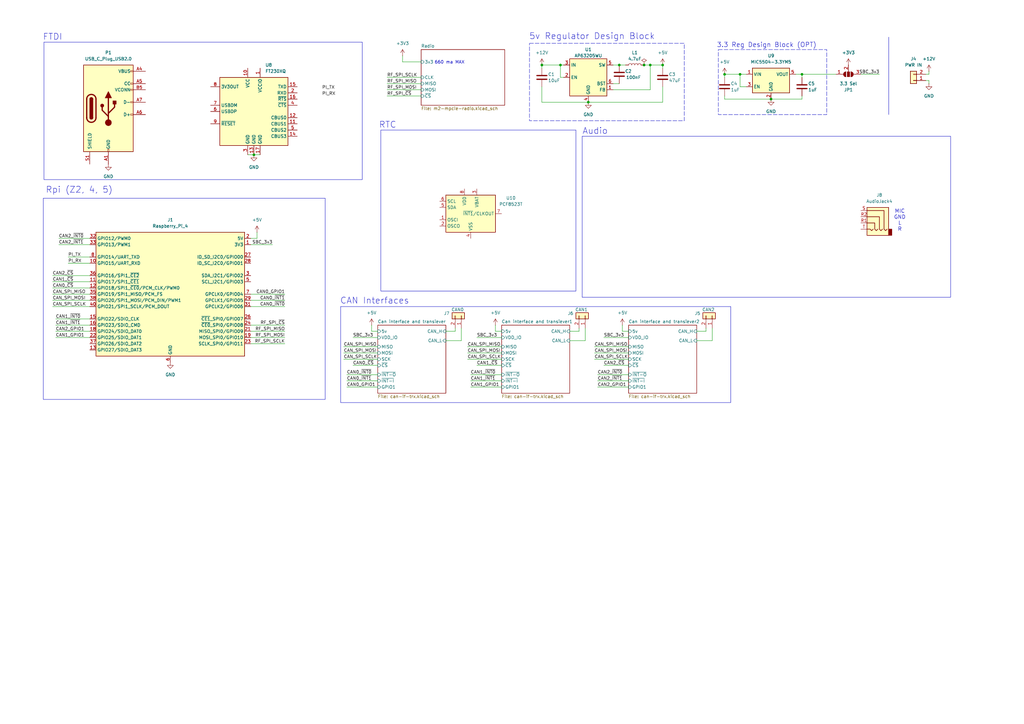
<source format=kicad_sch>
(kicad_sch (version 20250114) (generator "eeschema") (generator_version "9.0")
  (paper "A3")
  (lib_symbols
    (symbol "Connector:Raspberry_Pi_4"
      (property "Reference" "J" (at -17.526 48.768 0))
      (property "Value" "Raspberry_Pi_4" (at 15.748 -26.416 0))
      (symbol "Raspberry_Pi_4_0_1"
        (rectangle (start -30.48 25.4) (end 30.48 -25.4) (stroke (width 0.254)) (fill (type background)))
      )
      (symbol "Raspberry_Pi_4_1_1"
        (pin bidirectional line (at -33.02 22.86 0) (length 2.54) (name "GPIO12/PWM0") (number "32"))
        (pin bidirectional line (at -33.02 20.32 0) (length 2.54) (name "GPIO13/PWM1") (number "33"))
        (pin bidirectional line (at -33.02 15.24 0) (length 2.54) (name "GPIO14/UART_TXD") (number "8"))
        (pin bidirectional line (at -33.02 12.7 0) (length 2.54) (name "GPIO15/UART_RXD") (number "10"))
        (pin bidirectional line (at -33.02 7.62 0) (length 2.54) (name "GPIO16/SPI1_~{CE2}") (number "36"))
        (pin bidirectional line (at -33.02 5.08 0) (length 2.54) (name "GPIO17/SPI1_~{CE1}") (number "11"))
        (pin bidirectional line (at -33.02 2.54 0) (length 2.54) (name "GPIO18/SPI1_~{CE0}/PCM_CLK/PWM0") (number "12"))
        (pin bidirectional line (at -33.02 0 0) (length 2.54) (name "GPIO19/SPI1_MISO/PCM_FS") (number "35"))
        (pin bidirectional line (at -33.02 -2.54 0) (length 2.54) (name "GPIO20/SPI1_MOSI/PCM_DIN/PWM1") (number "38"))
        (pin bidirectional line (at -33.02 -5.08 0) (length 2.54) (name "GPIO21/SPI1_SCLK/PCM_DOUT") (number "40"))
        (pin bidirectional line (at -33.02 -10.16 0) (length 2.54) (name "GPIO22/SDIO_CLK") (number "15"))
        (pin bidirectional line (at -33.02 -12.7 0) (length 2.54) (name "GPIO23/SDIO_CMD") (number "16"))
        (pin bidirectional line (at -33.02 -15.24 0) (length 2.54) (name "GPIO24/SDIO_DAT0") (number "18"))
        (pin bidirectional line (at -33.02 -17.78 0) (length 2.54) (name "GPIO25/SDIO_DAT1") (number "22"))
        (pin bidirectional line (at -33.02 -20.32 0) (length 2.54) (name "GPIO26/SDIO_DAT2") (number "37"))
        (pin bidirectional line (at -33.02 -22.86 0) (length 2.54) (name "GPIO27/SDIO_DAT3") (number "13"))
        (pin passive line (at 0 -27.94 90) (length 2.54) (hide yes) (name "GND") (number "14"))
        (pin passive line (at 0 -27.94 90) (length 2.54) (hide yes) (name "GND") (number "20"))
        (pin passive line (at 0 -27.94 90) (length 2.54) (hide yes) (name "GND") (number "25"))
        (pin passive line (at 0 -27.94 90) (length 2.54) (hide yes) (name "GND") (number "30"))
        (pin passive line (at 0 -27.94 90) (length 2.54) (hide yes) (name "GND") (number "34"))
        (pin passive line (at 0 -27.94 90) (length 2.54) (hide yes) (name "GND") (number "39"))
        (pin power_out line (at 0 -27.94 90) (length 2.54) (name "GND") (number "6"))
        (pin passive line (at 0 -27.94 90) (length 2.54) (hide yes) (name "GND") (number "9"))
        (pin power_out line (at 33.02 22.86 180) (length 2.54) (name "5V") (number "2"))
        (pin passive line (at 33.02 22.86 180) (length 2.54) (hide yes) (name "5V") (number "4"))
        (pin power_out line (at 33.02 20.32 180) (length 2.54) (name "3V3") (number "1"))
        (pin passive line (at 33.02 20.32 180) (length 2.54) (hide yes) (name "3V3") (number "17"))
        (pin bidirectional line (at 33.02 15.24 180) (length 2.54) (name "ID_SD_I2C0/GPIO00") (number "27"))
        (pin bidirectional line (at 33.02 12.7 180) (length 2.54) (name "ID_SC_I2C0/GPIO01") (number "28"))
        (pin bidirectional line (at 33.02 7.62 180) (length 2.54) (name "SDA_I2C1/GPIO02") (number "3"))
        (pin bidirectional line (at 33.02 5.08 180) (length 2.54) (name "SCL_I2C1/GPIO03") (number "5"))
        (pin bidirectional line (at 33.02 0 180) (length 2.54) (name "GPCLK0/GPIO04") (number "7"))
        (pin bidirectional line (at 33.02 -2.54 180) (length 2.54) (name "GPCLK1/GPIO05") (number "29"))
        (pin bidirectional line (at 33.02 -5.08 180) (length 2.54) (name "GPCLK2/GPIO06") (number "31"))
        (pin bidirectional line (at 33.02 -10.16 180) (length 2.54) (name "~{CE1}_SPI0/GPIO07") (number "26"))
        (pin bidirectional line (at 33.02 -12.7 180) (length 2.54) (name "~{CE0}_SPI0/GPIO08") (number "24"))
        (pin bidirectional line (at 33.02 -15.24 180) (length 2.54) (name "MISO_SPI0/GPIO09") (number "21"))
        (pin bidirectional line (at 33.02 -17.78 180) (length 2.54) (name "MOSI_SPI0/GPIO10") (number "19"))
        (pin bidirectional line (at 33.02 -20.32 180) (length 2.54) (name "SCLK_SPI0/GPIO11") (number "23"))
      )
    )
    (symbol "Connector:USB_C_Plug_USB2.0" (pin_names (offset 1.016))
      (property "Reference" "P" (at -10.16 19.05 0))
      (property "Value" "USB_C_Plug_USB2.0" (at 12.7 19.05 0))
      (symbol "USB_C_Plug_USB2.0_0_0"
        (rectangle (start -0.254 -17.78) (end 0.254 -16.764))
        (rectangle (start 10.16 15.494) (end 9.144 14.986))
        (rectangle (start 10.16 10.414) (end 9.144 9.906))
        (rectangle (start 10.16 7.874) (end 9.144 7.366))
        (rectangle (start 10.16 2.794) (end 9.144 2.286))
        (rectangle (start 10.16 -2.286) (end 9.144 -2.794))
      )
      (symbol "USB_C_Plug_USB2.0_0_1"
        (rectangle (start -10.16 17.78) (end 10.16 -17.78) (stroke (width 0.254)) (fill (type background)))
        (polyline (pts (xy -8.89 -3.81) (xy -8.89 3.81)) (stroke (width 0.508)))
        (rectangle (start -7.62 -3.81) (end -6.35 3.81) (stroke (width 0.254)) (fill (type outline)))
        (arc (start -7.62 3.81) (mid -6.985 4.4423) (end -6.35 3.81) (stroke (width 0.254)))
        (arc (start -7.62 3.81) (mid -6.985 4.4423) (end -6.35 3.81) (stroke (width 0.254)) (fill (type outline)))
        (arc (start -8.89 3.81) (mid -6.985 5.7067) (end -5.08 3.81) (stroke (width 0.508)))
        (arc (start -5.08 -3.81) (mid -6.985 -5.7067) (end -8.89 -3.81) (stroke (width 0.508)))
        (arc (start -6.35 -3.81) (mid -6.985 -4.4423) (end -7.62 -3.81) (stroke (width 0.254)))
        (arc (start -6.35 -3.81) (mid -6.985 -4.4423) (end -7.62 -3.81) (stroke (width 0.254)) (fill (type outline)))
        (polyline (pts (xy -5.08 3.81) (xy -5.08 -3.81)) (stroke (width 0.508)))
        (circle (center -2.54 1.143) (radius 0.635) (stroke (width 0.254)) (fill (type outline)))
        (polyline (pts (xy -1.27 4.318) (xy 0 6.858) (xy 1.27 4.318) (xy -1.27 4.318)) (stroke (width 0.254)) (fill (type outline)))
        (polyline (pts (xy 0 -2.032) (xy 2.54 0.508) (xy 2.54 1.778)) (stroke (width 0.508)))
        (polyline (pts (xy 0 -3.302) (xy -2.54 -0.762) (xy -2.54 0.508)) (stroke (width 0.508)))
        (polyline (pts (xy 0 -5.842) (xy 0 4.318)) (stroke (width 0.508)))
        (circle (center 0 -5.842) (radius 1.27) (fill (type outline)))
        (rectangle (start 1.905 1.778) (end 3.175 3.048) (stroke (width 0.254)) (fill (type outline)))
      )
      (symbol "USB_C_Plug_USB2.0_1_1"
        (pin passive line (at -7.62 -22.86 90) (length 5.08) (name "SHIELD") (number "S1"))
        (pin passive line (at 0 -22.86 90) (length 5.08) (name "GND") (number "A1"))
        (pin passive line (at 0 -22.86 90) (length 5.08) (hide yes) (name "GND") (number "A12"))
        (pin passive line (at 0 -22.86 90) (length 5.08) (hide yes) (name "GND") (number "B1"))
        (pin passive line (at 0 -22.86 90) (length 5.08) (hide yes) (name "GND") (number "B12"))
        (pin passive line (at 15.24 15.24 180) (length 5.08) (name "VBUS") (number "A4"))
        (pin passive line (at 15.24 15.24 180) (length 5.08) (hide yes) (name "VBUS") (number "A9"))
        (pin passive line (at 15.24 15.24 180) (length 5.08) (hide yes) (name "VBUS") (number "B4"))
        (pin passive line (at 15.24 15.24 180) (length 5.08) (hide yes) (name "VBUS") (number "B9"))
        (pin bidirectional line (at 15.24 10.16 180) (length 5.08) (name "CC") (number "A5"))
        (pin bidirectional line (at 15.24 7.62 180) (length 5.08) (name "VCONN") (number "B5"))
        (pin bidirectional line (at 15.24 2.54 180) (length 5.08) (name "D-") (number "A7"))
        (pin bidirectional line (at 15.24 -2.54 180) (length 5.08) (name "D+") (number "A6"))
      )
    )
    (symbol "Connector_Audio:AudioJack4"
      (property "Reference" "J" (at 0 8.89 0))
      (property "Value" "AudioJack4" (at 0 6.35 0))
      (symbol "AudioJack4_0_1"
        (rectangle (start -6.35 -5.08) (end -7.62 -7.62) (stroke (width 0.254)) (fill (type outline)))
        (polyline (pts (xy -5.715 -5.08) (xy -5.08 -5.715) (xy -4.445 -5.08) (xy -4.445 2.54) (xy 2.54 2.54)) (stroke (width 0.254)))
        (polyline (pts (xy -1.905 -5.08) (xy -1.27 -5.715) (xy -0.635 -5.08) (xy -0.635 -2.54) (xy 2.54 -2.54)) (stroke (width 0.254)))
        (polyline (pts (xy 0 -5.08) (xy 0.635 -5.715) (xy 1.27 -5.08) (xy 2.54 -5.08)) (stroke (width 0.254)))
        (rectangle (start 2.54 3.81) (end -6.35 -7.62) (stroke (width 0.254)) (fill (type background)))
        (polyline (pts (xy 2.54 0) (xy -2.54 0) (xy -2.54 -5.08) (xy -3.175 -5.715) (xy -3.81 -5.08)) (stroke (width 0.254)))
      )
      (symbol "AudioJack4_1_1"
        (pin passive line (at 5.08 2.54 180) (length 2.54) (name "~") (number "S"))
        (pin passive line (at 5.08 0 180) (length 2.54) (name "~") (number "R2"))
        (pin passive line (at 5.08 -2.54 180) (length 2.54) (name "~") (number "R1"))
        (pin passive line (at 5.08 -5.08 180) (length 2.54) (name "~") (number "T"))
      )
    )
    (symbol "Connector_Generic:Conn_01x02" (pin_names (offset 1.016) (hide yes))
      (property "Reference" "J" (at 0 2.54 0))
      (property "Value" "Conn_01x02" (at 0 -5.08 0))
      (symbol "Conn_01x02_1_1"
        (rectangle (start -1.27 1.27) (end 1.27 -3.81) (stroke (width 0.254)) (fill (type background)))
        (rectangle (start -1.27 0.127) (end 0 -0.127) (stroke (width 0.1524)))
        (rectangle (start -1.27 -2.413) (end 0 -2.667) (stroke (width 0.1524)))
        (pin passive line (at -5.08 0 0) (length 3.81) (name "Pin_1") (number "1"))
        (pin passive line (at -5.08 -2.54 0) (length 3.81) (name "Pin_2") (number "2"))
      )
    )
    (symbol "Device:C" (pin_numbers (hide yes)) (pin_names (offset 0.254))
      (property "Reference" "C" (at 0.635 2.54 0))
      (property "Value" "C" (at 0.635 -2.54 0))
      (symbol "C_0_1"
        (polyline (pts (xy -2.032 0.762) (xy 2.032 0.762)) (stroke (width 0.508)))
        (polyline (pts (xy -2.032 -0.762) (xy 2.032 -0.762)) (stroke (width 0.508)))
      )
      (symbol "C_1_1"
        (pin passive line (at 0 3.81 270) (length 2.794) (name "~") (number "1"))
        (pin passive line (at 0 -3.81 90) (length 2.794) (name "~") (number "2"))
      )
    )
    (symbol "Device:L" (pin_numbers (hide yes)) (pin_names (offset 1.016) (hide yes))
      (property "Reference" "L" (at -1.27 0 90))
      (property "Value" "L" (at 1.905 0 90))
      (symbol "L_0_1"
        (arc (start 0 2.54) (mid 0.6323 1.905) (end 0 1.27))
        (arc (start 0 1.27) (mid 0.6323 0.635) (end 0 0))
        (arc (start 0 0) (mid 0.6323 -0.635) (end 0 -1.27))
        (arc (start 0 -1.27) (mid 0.6323 -1.905) (end 0 -2.54))
      )
      (symbol "L_1_1"
        (pin passive line (at 0 3.81 270) (length 1.27) (name "1") (number "1"))
        (pin passive line (at 0 -3.81 90) (length 1.27) (name "2") (number "2"))
      )
    )
    (symbol "Interface_USB:FT230XQ"
      (property "Reference" "U" (at -13.97 15.24 0))
      (property "Value" "FT230XQ" (at 7.62 15.24 0))
      (symbol "FT230XQ_0_1"
        (rectangle (start -13.97 13.97) (end 13.97 -13.97) (stroke (width 0.254)) (fill (type background)))
      )
      (symbol "FT230XQ_1_1"
        (pin power_out line (at -17.78 10.16 0) (length 3.81) (name "3V3OUT") (number "8"))
        (pin bidirectional line (at -17.78 2.54 0) (length 3.81) (name "USBDM") (number "7"))
        (pin bidirectional line (at -17.78 0 0) (length 3.81) (name "USBDP") (number "6"))
        (pin input line (at -17.78 -5.08 0) (length 3.81) (name "~{RESET}") (number "9"))
        (pin power_in line (at -2.54 17.78 270) (length 3.81) (name "VCC") (number "10"))
        (pin power_in line (at -2.54 -17.78 90) (length 3.81) (name "GND") (number "3"))
        (pin power_in line (at 0 -17.78 90) (length 3.81) (name "GND") (number "13"))
        (pin power_in line (at 2.54 17.78 270) (length 3.81) (name "VCCIO") (number "1"))
        (pin power_in line (at 2.54 -17.78 90) (length 3.81) (name "GND") (number "17"))
        (pin output line (at 17.78 10.16 180) (length 3.81) (name "TXD") (number "15"))
        (pin input line (at 17.78 7.62 180) (length 3.81) (name "RXD") (number "2"))
        (pin output line (at 17.78 5.08 180) (length 3.81) (name "~{RTS}") (number "16"))
        (pin input line (at 17.78 2.54 180) (length 3.81) (name "~{CTS}") (number "4"))
        (pin bidirectional line (at 17.78 -2.54 180) (length 3.81) (name "CBUS0") (number "12"))
        (pin bidirectional line (at 17.78 -5.08 180) (length 3.81) (name "CBUS1") (number "11"))
        (pin bidirectional line (at 17.78 -7.62 180) (length 3.81) (name "CBUS2") (number "5"))
        (pin bidirectional line (at 17.78 -10.16 180) (length 3.81) (name "CBUS3") (number "14"))
      )
    )
    (symbol "Jumper:SolderJumper_3_Open" (pin_names (offset 0) (hide yes)) (in_bom no)
      (property "Reference" "JP" (at -2.54 -2.54 0))
      (property "Value" "SolderJumper_3_Open" (at 0 2.794 0))
      (symbol "SolderJumper_3_Open_0_1"
        (polyline (pts (xy -2.54 0) (xy -2.032 0)))
        (polyline (pts (xy -1.016 1.016) (xy -1.016 -1.016)))
        (arc (start -1.016 -1.016) (mid -2.0276 0) (end -1.016 1.016))
        (arc (start -1.016 -1.016) (mid -2.0276 0) (end -1.016 1.016) (fill (type outline)))
        (rectangle (start -0.508 1.016) (end 0.508 -1.016) (fill (type outline)))
        (polyline (pts (xy 0 -1.27) (xy 0 -1.016)))
        (arc (start 1.016 1.016) (mid 2.0276 0) (end 1.016 -1.016))
        (arc (start 1.016 1.016) (mid 2.0276 0) (end 1.016 -1.016) (fill (type outline)))
        (polyline (pts (xy 1.016 1.016) (xy 1.016 -1.016)))
        (polyline (pts (xy 2.54 0) (xy 2.032 0)))
      )
      (symbol "SolderJumper_3_Open_1_1"
        (pin passive line (at -5.08 0 0) (length 2.54) (name "A") (number "1"))
        (pin passive line (at 0 -3.81 90) (length 2.54) (name "C") (number "2"))
        (pin passive line (at 5.08 0 180) (length 2.54) (name "B") (number "3"))
      )
    )
    (symbol "Regulator_Linear:MIC5504-3.3YM5"
      (property "Reference" "U" (at -7.62 8.89 0))
      (property "Value" "MIC5504-3.3YM5" (at -7.62 6.35 0))
      (symbol "MIC5504-3.3YM5_0_1"
        (rectangle (start -7.62 -5.08) (end 7.62 5.08) (stroke (width 0.254)) (fill (type background)))
      )
      (symbol "MIC5504-3.3YM5_1_1"
        (pin power_in line (at -10.16 2.54 0) (length 2.54) (name "VIN") (number "1"))
        (pin input line (at -10.16 -2.54 0) (length 2.54) (name "EN") (number "3"))
        (pin power_in line (at 0 -7.62 90) (length 2.54) (name "GND") (number "2"))
        (pin no_connect line (at 7.62 -2.54 180) (length 2.54) (hide yes) (name "NC") (number "4"))
        (pin power_out line (at 10.16 2.54 180) (length 2.54) (name "VOUT") (number "5"))
      )
    )
    (symbol "Regulator_Switching:AP63205WU"
      (property "Reference" "U1" (at 0 13.97 0))
      (property "Value" "AP63205WU" (at 0 11.43 0))
      (symbol "AP63205WU_0_1"
        (rectangle (start -7.62 10.16) (end 7.62 -5.08) (stroke (width 0.254)) (fill (type background)))
      )
      (symbol "AP63205WU_1_1"
        (pin power_in line (at -10.16 7.62 0) (length 2.54) (name "IN") (number "3"))
        (pin input line (at -10.16 2.54 0) (length 2.54) (name "EN") (number "2"))
        (pin power_in line (at 0 -7.62 90) (length 2.54) (name "GND") (number "4"))
        (pin output line (at 10.16 7.62 180) (length 2.54) (name "SW") (number "5"))
        (pin passive line (at 10.16 0 180) (length 2.54) (name "BST") (number "6"))
        (pin input line (at 10.16 -2.54 180) (length 2.54) (name "FB") (number "1"))
      )
    )
    (symbol "Timer_RTC:PCF8523T"
      (property "Reference" "U" (at -10.16 8.89 0))
      (property "Value" "PCF8523T" (at 3.81 8.89 0))
      (symbol "PCF8523T_0_1"
        (rectangle (start -10.16 7.62) (end 10.16 -7.62) (stroke (width 0.254)) (fill (type background)))
      )
      (symbol "PCF8523T_1_1"
        (pin input line (at -12.7 5.08 0) (length 2.54) (name "SCL") (number "6"))
        (pin bidirectional line (at -12.7 2.54 0) (length 2.54) (name "SDA") (number "5"))
        (pin input line (at -12.7 -2.54 0) (length 2.54) (name "OSCI") (number "1"))
        (pin output line (at -12.7 -5.08 0) (length 2.54) (name "OSCO") (number "2"))
        (pin power_in line (at -2.54 10.16 270) (length 2.54) (name "VDD") (number "8"))
        (pin power_in line (at 0 -10.16 90) (length 2.54) (name "VSS") (number "4"))
        (pin power_in line (at 2.54 10.16 270) (length 2.54) (name "VBAT") (number "3"))
        (pin open_collector line (at 12.7 0 180) (length 2.54) (name "~{INT1}/CLKOUT") (number "7"))
      )
    )
    (symbol "power:+12V" (power) (pin_numbers (hide yes)) (pin_names (offset 0) (hide yes))
      (property "Value" "+12V" (at 0 3.556 0))
      (symbol "+12V_0_1"
        (polyline (pts (xy -0.762 1.27) (xy 0 2.54)))
        (polyline (pts (xy 0 2.54) (xy 0.762 1.27)))
        (polyline (pts (xy 0 0) (xy 0 2.54)))
      )
      (symbol "+12V_1_1"
        (pin power_in line (at 0 0 90) (length 0) (name "~") (number "1"))
      )
    )
    (symbol "power:+3V3" (power) (pin_numbers (hide yes)) (pin_names (offset 0) (hide yes))
      (property "Value" "+3V3" (at 0 3.556 0))
      (symbol "+3V3_0_1"
        (polyline (pts (xy -0.762 1.27) (xy 0 2.54)))
        (polyline (pts (xy 0 2.54) (xy 0.762 1.27)))
        (polyline (pts (xy 0 0) (xy 0 2.54)))
      )
      (symbol "+3V3_1_1"
        (pin power_in line (at 0 0 90) (length 0) (name "~") (number "1"))
      )
    )
    (symbol "power:+5V" (power) (pin_numbers (hide yes)) (pin_names (offset 0) (hide yes))
      (property "Value" "+5V" (at 0 3.556 0))
      (symbol "+5V_0_1"
        (polyline (pts (xy -0.762 1.27) (xy 0 2.54)))
        (polyline (pts (xy 0 2.54) (xy 0.762 1.27)))
        (polyline (pts (xy 0 0) (xy 0 2.54)))
      )
      (symbol "+5V_1_1"
        (pin power_in line (at 0 0 90) (length 0) (name "~") (number "1"))
      )
    )
    (symbol "power:GND" (power) (pin_numbers (hide yes)) (pin_names (offset 0) (hide yes))
      (property "Value" "GND" (at 0 -3.81 0))
      (symbol "GND_0_1"
        (polyline (pts (xy 0 0) (xy 0 -1.27) (xy 1.27 -1.27) (xy 0 -2.54) (xy -1.27 -1.27) (xy 0 -1.27)))
      )
      (symbol "GND_1_1"
        (pin power_in line (at 0 0 270) (length 0) (name "~") (number "1"))
      )
    )
    (symbol "power:PWR_FLAG" (power) (pin_numbers (hide yes)) (pin_names (offset 0) (hide yes))
      (property "Value" "PWR_FLAG" (at 0 3.81 0))
      (symbol "PWR_FLAG_0_0"
        (pin power_out line (at 0 0 90) (length 0) (name "~") (number "1"))
      )
      (symbol "PWR_FLAG_0_1"
        (polyline (pts (xy 0 0) (xy 0 1.27) (xy -1.016 1.905) (xy 0 2.54) (xy 1.016 1.905) (xy 0 1.27)))
      )
    )
  )
  (rectangle (start 156.21 53.34) (end 236.22 119.38))
  (rectangle (start 139.7 125.73) (end 299.72 165.1))
  (rectangle (start 18.034 17.272) (end 148.59 73.66))
  (rectangle (start 217.17 17.78) (end 280.67 49.53) (stroke (width 0) (type dash)))
  (rectangle (start 294.64 20.32) (end 339.09 46.99) (stroke (width 0) (type dash)))
  (rectangle (start 17.78 81.28) (end 133.35 163.83))
  (rectangle (start 238.76 55.88) (end 389.89 121.92))
  (text "Audio" (at 244.094 53.848 0) (effects (font (size 2.54 2.54))))
  (text "Rpi (Z2, 4, 5)" (at 32.512 77.978 0) (effects (font (size 2.54 2.54))))
  (text "5v Regulator Design Block" (at 242.824 14.986 0) (effects (font (size 2.54 2.54))))
  (text "MIC\nGND\nL\nR" (at 369.062 90.424 0) (effects (font (size 1.524 1.524))))
  (text "3.3 Reg Design Block (OPT)" (at 314.452 18.542 0) (effects (font (size 1.905 1.905))))
  (text "660 ma MAX" (at 184.404 25.654 0) (effects (font (size 1.27 1.27))))
  (text "RTC" (at 159.004 51.308 0) (effects (font (size 2.54 2.54))))
  (text "FTDI" (at 21.59 15.24 0) (effects (font (size 2.54 2.54))))
  (text "CAN Interfaces" (at 153.67 123.444 0) (effects (font (size 2.54 2.54))))
  (junction (at 264.16 26.67))
  (junction (at 254 26.67))
  (junction (at 303.53 30.48))
  (junction (at 328.93 30.48))
  (junction (at 104.14 63.5))
  (junction (at 222.25 26.67))
  (junction (at 297.18 30.48))
  (junction (at 271.78 26.67))
  (junction (at 229.87 26.67))
  (junction (at 241.3 41.91))
  (junction (at 316.23 40.64))
  (junction (at 266.7 26.67))
  (wire (pts (xy 158.75 31.75) (xy 172.72 31.75)))
  (wire (pts (xy 191.77 144.78) (xy 205.74 144.78)))
  (wire (pts (xy 195.58 138.43) (xy 205.74 138.43)))
  (wire (pts (xy 102.87 97.79) (xy 105.41 97.79)))
  (wire (pts (xy 193.04 156.21) (xy 205.74 156.21)))
  (wire (pts (xy 306.07 30.48) (xy 303.53 30.48)))
  (wire (pts (xy 266.7 26.67) (xy 271.78 26.67)))
  (wire (pts (xy 36.83 133.35) (xy 22.86 133.35)))
  (wire (pts (xy 189.23 139.7) (xy 189.23 134.62)))
  (wire (pts (xy 140.97 147.32) (xy 154.94 147.32)))
  (wire (pts (xy 27.94 107.95) (xy 36.83 107.95)))
  (wire (pts (xy 102.87 133.35) (xy 116.84 133.35)))
  (wire (pts (xy 102.87 123.19) (xy 116.84 123.19)))
  (wire (pts (xy 191.77 142.24) (xy 205.74 142.24)))
  (wire (pts (xy 237.49 135.89) (xy 237.49 134.62)))
  (wire (pts (xy 222.25 35.56) (xy 222.25 41.91)))
  (wire (pts (xy 233.68 135.89) (xy 237.49 135.89)))
  (wire (pts (xy 306.07 35.56) (xy 303.53 35.56)))
  (wire (pts (xy 102.87 125.73) (xy 116.84 125.73)))
  (wire (pts (xy 36.83 130.81) (xy 22.86 130.81)))
  (wire (pts (xy 101.6 63.5) (xy 104.14 63.5)))
  (wire (pts (xy 285.75 135.89) (xy 289.56 135.89)))
  (wire (pts (xy 21.59 115.57) (xy 36.83 115.57)))
  (wire (pts (xy 264.16 26.67) (xy 266.7 26.67)))
  (wire (pts (xy 205.74 135.89) (xy 203.2 135.89)))
  (wire (pts (xy 195.58 149.86) (xy 205.74 149.86)))
  (wire (pts (xy 271.78 27.94) (xy 271.78 26.67)))
  (wire (pts (xy 381 29.21) (xy 381 30.48)))
  (wire (pts (xy 257.81 135.89) (xy 255.27 135.89)))
  (wire (pts (xy 152.4 135.89) (xy 152.4 133.35)))
  (wire (pts (xy 27.94 105.41) (xy 36.83 105.41)))
  (wire (pts (xy 381 30.48) (xy 379.73 30.48)))
  (wire (pts (xy 254 26.67) (xy 256.54 26.67)))
  (wire (pts (xy 328.93 40.64) (xy 316.23 40.64)))
  (wire (pts (xy 142.24 153.67) (xy 154.94 153.67)))
  (wire (pts (xy 140.97 142.24) (xy 154.94 142.24)))
  (wire (pts (xy 328.93 39.37) (xy 328.93 40.64)))
  (wire (pts (xy 360.68 30.48) (xy 353.06 30.48)))
  (wire (pts (xy 111.76 100.33) (xy 102.87 100.33)))
  (wire (pts (xy 105.41 97.79) (xy 105.41 95.25)))
  (wire (pts (xy 243.84 142.24) (xy 257.81 142.24)))
  (wire (pts (xy 379.73 33.02) (xy 381 33.02)))
  (wire (pts (xy 292.1 134.62) (xy 292.1 139.7)))
  (wire (pts (xy 104.14 63.5) (xy 106.68 63.5)))
  (wire (pts (xy 266.7 36.83) (xy 251.46 36.83)))
  (wire (pts (xy 21.59 118.11) (xy 36.83 118.11)))
  (wire (pts (xy 328.93 30.48) (xy 342.9 30.48)))
  (wire (pts (xy 22.86 135.89) (xy 36.83 135.89)))
  (wire (pts (xy 144.78 149.86) (xy 154.94 149.86)))
  (wire (pts (xy 102.87 138.43) (xy 116.84 138.43)))
  (wire (pts (xy 154.94 135.89) (xy 152.4 135.89)))
  (polyline (pts (xy 364.49 15.24) (xy 364.49 46.99)))
  (wire (pts (xy 102.87 140.97) (xy 116.84 140.97)))
  (wire (pts (xy 328.93 30.48) (xy 326.39 30.48)))
  (wire (pts (xy 229.87 26.67) (xy 229.87 31.75)))
  (wire (pts (xy 328.93 31.75) (xy 328.93 30.48)))
  (wire (pts (xy 191.77 147.32) (xy 205.74 147.32)))
  (wire (pts (xy 24.13 100.33) (xy 36.83 100.33)))
  (wire (pts (xy 245.11 156.21) (xy 257.81 156.21)))
  (wire (pts (xy 193.04 153.67) (xy 205.74 153.67)))
  (wire (pts (xy 21.59 125.73) (xy 36.83 125.73)))
  (wire (pts (xy 241.3 41.91) (xy 271.78 41.91)))
  (wire (pts (xy 285.75 139.7) (xy 292.1 139.7)))
  (wire (pts (xy 297.18 39.37) (xy 297.18 40.64)))
  (wire (pts (xy 255.27 135.89) (xy 255.27 133.35)))
  (wire (pts (xy 289.56 135.89) (xy 289.56 134.62)))
  (wire (pts (xy 102.87 120.65) (xy 116.84 120.65)))
  (wire (pts (xy 271.78 35.56) (xy 271.78 41.91)))
  (wire (pts (xy 21.59 120.65) (xy 36.83 120.65)))
  (wire (pts (xy 165.1 25.4) (xy 172.72 25.4)))
  (wire (pts (xy 203.2 135.89) (xy 203.2 133.35)))
  (wire (pts (xy 193.04 158.75) (xy 205.74 158.75)))
  (wire (pts (xy 243.84 144.78) (xy 257.81 144.78)))
  (wire (pts (xy 158.75 34.29) (xy 172.72 34.29)))
  (wire (pts (xy 182.88 135.89) (xy 186.69 135.89)))
  (wire (pts (xy 297.18 30.48) (xy 297.18 31.75)))
  (wire (pts (xy 254 34.29) (xy 251.46 34.29)))
  (wire (pts (xy 245.11 158.75) (xy 257.81 158.75)))
  (wire (pts (xy 222.25 41.91) (xy 241.3 41.91)))
  (wire (pts (xy 297.18 40.64) (xy 316.23 40.64)))
  (wire (pts (xy 102.87 135.89) (xy 116.84 135.89)))
  (wire (pts (xy 158.75 39.37) (xy 172.72 39.37)))
  (wire (pts (xy 247.65 149.86) (xy 257.81 149.86)))
  (wire (pts (xy 21.59 123.19) (xy 36.83 123.19)))
  (wire (pts (xy 158.75 36.83) (xy 172.72 36.83)))
  (wire (pts (xy 222.25 26.67) (xy 229.87 26.67)))
  (wire (pts (xy 186.69 135.89) (xy 186.69 134.62)))
  (wire (pts (xy 303.53 35.56) (xy 303.53 30.48)))
  (wire (pts (xy 251.46 26.67) (xy 254 26.67)))
  (wire (pts (xy 381 33.02) (xy 381 34.29)))
  (wire (pts (xy 222.25 26.67) (xy 222.25 27.94)))
  (wire (pts (xy 245.11 153.67) (xy 257.81 153.67)))
  (wire (pts (xy 165.1 22.86) (xy 165.1 25.4)))
  (wire (pts (xy 24.13 97.79) (xy 36.83 97.79)))
  (wire (pts (xy 229.87 26.67) (xy 231.14 26.67)))
  (wire (pts (xy 142.24 158.75) (xy 154.94 158.75)))
  (wire (pts (xy 229.87 31.75) (xy 231.14 31.75)))
  (wire (pts (xy 297.18 30.48) (xy 303.53 30.48)))
  (wire (pts (xy 21.59 113.03) (xy 36.83 113.03)))
  (wire (pts (xy 142.24 156.21) (xy 154.94 156.21)))
  (wire (pts (xy 266.7 26.67) (xy 266.7 36.83)))
  (wire (pts (xy 233.68 139.7) (xy 240.03 139.7)))
  (wire (pts (xy 240.03 139.7) (xy 240.03 134.62)))
  (wire (pts (xy 144.78 138.43) (xy 154.94 138.43)))
  (wire (pts (xy 140.97 144.78) (xy 154.94 144.78)))
  (wire (pts (xy 247.65 138.43) (xy 257.81 138.43)))
  (wire (pts (xy 22.86 138.43) (xy 36.83 138.43)))
  (wire (pts (xy 243.84 147.32) (xy 257.81 147.32)))
  (wire (pts (xy 182.88 139.7) (xy 189.23 139.7)))
  (label "RF_SPI_MOSI" (at 116.84 138.43 180))
  (label "CAN1_~{CS}" (at 21.59 115.57 0))
  (label "CAN0_~{CS}" (at 144.78 149.86 0))
  (label "CAN1_GPIO1" (at 193.04 158.75 0))
  (label "SBC_3v3" (at 144.78 138.43 0))
  (label "CAN1_~{INT0}" (at 193.04 153.67 0))
  (label "RF_SPI_MOSI" (at 158.75 36.83 0))
  (label "CAN2_~{INT0}" (at 24.13 97.79 0))
  (label "PI_TX" (at 132.08 36.83 0))
  (label "PI_RX" (at 132.08 39.37 0))
  (label "CAN_SPI_MISO" (at 140.97 142.24 0))
  (label "SBC_3v3" (at 247.65 138.43 0))
  (label "CAN2_~{CS}" (at 21.59 113.03 0))
  (label "RF_SPI_MISO" (at 116.84 135.89 180))
  (label "CAN_SPI_MOSI" (at 21.59 123.19 0))
  (label "CAN2_GPIO1" (at 245.11 158.75 0))
  (label "RF_SPI_SCLK" (at 116.84 140.97 180))
  (label "CAN_SPI_MISO" (at 191.77 142.24 0))
  (label "CAN_SPI_MOSI" (at 140.97 144.78 0))
  (label "CAN2_~{INT1}" (at 24.13 100.33 0))
  (label "SBC_3v3" (at 111.76 100.33 180))
  (label "CAN1_~{CS}" (at 195.58 149.86 0))
  (label "SBC_3v3" (at 195.58 138.43 0))
  (label "RF_SPI_SCLK" (at 158.75 31.75 0))
  (label "CAN_SPI_MISO" (at 21.59 120.65 0))
  (label "CAN_SPI_SCLK" (at 191.77 147.32 0))
  (label "CAN0_~{INT0}" (at 142.24 153.67 0))
  (label "CAN0_~{INT1}" (at 116.84 123.19 180))
  (label "CAN2_GPIO1" (at 22.86 135.89 0))
  (label "CAN_SPI_MOSI" (at 243.84 144.78 0))
  (label "CAN_SPI_SCLK" (at 243.84 147.32 0))
  (label "CAN2_~{CS}" (at 247.65 149.86 0))
  (label "SBC_3v3" (at 360.68 30.48 180))
  (label "CAN0_GPIO1" (at 116.84 120.65 180))
  (label "CAN1_~{INT0}" (at 22.86 130.81 0))
  (label "CAN0_GPIO1" (at 142.24 158.75 0))
  (label "CAN_SPI_SCLK" (at 21.59 125.73 0))
  (label "CAN_SPI_MISO" (at 243.84 142.24 0))
  (label "PI_TX" (at 27.94 105.41 0))
  (label "CAN_SPI_MOSI" (at 191.77 144.78 0))
  (label "PI_RX" (at 27.94 107.95 0))
  (label "CAN1_GPIO1" (at 22.86 138.43 0))
  (label "CAN0_~{INT1}" (at 142.24 156.21 0))
  (label "CAN0_~{INT0}" (at 116.84 125.73 180))
  (label "RF_SPI_MISO" (at 158.75 34.29 0))
  (label "CAN0_~{CS}" (at 21.59 118.11 0))
  (label "CAN1_~{INT1}" (at 22.86 133.35 0))
  (label "RF_SPI_~{CS}" (at 116.84 133.35 180))
  (label "CAN2_~{INT1}" (at 245.11 156.21 0))
  (label "RF_SPI_~{CS}" (at 158.75 39.37 0))
  (label "CAN2_~{INT0}" (at 245.11 153.67 0))
  (label "CAN1_~{INT1}" (at 193.04 156.21 0))
  (label "CAN_SPI_SCLK" (at 140.97 147.32 0))
  (symbol (lib_id "power:PWR_FLAG") (at 264.16 26.67 0) (unit 1)
    (property "Reference" "#FLG?" (effects (hide yes)))
    (property "Value" "PWR_FLAG" (effects (hide yes)))
    (property "Description" "Special symbol for telling ERC where power comes from" (effects (hide yes)))
  )
  (symbol (lib_id "power:GND") (at 104.14 63.5 0) (unit 1)
    (property "Reference" "#PWR05" (effects (hide yes)))
    (property "Value" "GND" (at 104.14 68.58 0))
    (property "Description" "Power symbol creates a global label with name \"GND\" , ground" (effects (hide yes)))
  )
  (symbol (lib_id "power:GND") (at 381 34.29 0) (unit 1)
    (property "Reference" "#PWR02" (effects (hide yes)))
    (property "Value" "GND" (at 381 39.37 0))
    (property "Description" "Power symbol creates a global label with name \"GND\" , ground" (effects (hide yes)))
  )
  (symbol (lib_id "power:+5V") (at 203.2 133.35 0) (unit 1)
    (property "Reference" "#PWR010" (effects (hide yes)))
    (property "Value" "+5V" (at 203.2 128.27 0))
    (property "Description" "Power symbol creates a global label with name \"+5V\"" (effects (hide yes)))
  )
  (symbol (lib_id "Device:C") (at 271.78 31.75 180) (unit 1)
    (property "Reference" "C3" (at 274.32 30.48 0) (effects (justify right)))
    (property "Value" "47uF" (at 274.32 33.02 0) (effects (justify right)))
    (property "Footprint" "Capacitor_SMD:C_0805_2012Metric_Pad1.18x1.45mm_HandSolder" (effects (hide yes)))
    (property "Datasheet" "https://mm.digikey.com/Volume0/opasdata/d220001/medias/docus/658/CL21A476MQYNNNE_Spec.pdf" (effects (hide yes)))
    (property "Description" "Unpolarized capacitor" (effects (hide yes)))
    (property "Manufacturer" "Samsung Electro-Mechanics" (effects (hide yes)))
    (property "PN" "CL21A476MQYNNNE" (effects (hide yes)))
  )
  (symbol (lib_id "power:GND") (at 69.85 148.59 0) (unit 1)
    (property "Reference" "#PWR04" (effects (hide yes)))
    (property "Value" "GND" (at 69.85 153.67 0))
    (property "Description" "Power symbol creates a global label with name \"GND\" , ground" (effects (hide yes)))
  )
  (symbol (lib_id "Connector_Generic:Conn_01x02") (at 292.1 129.54 270) (mirror x) (unit 1)
    (property "Reference" "J5" (at 287.274 128.524 90) (effects (justify right)))
    (property "Value" "CAN2" (at 293.116 127 90) (effects (justify right)))
    (property "Description" "Generic connector, single row, 01x02, script generated (kicad-library-utils/schlib/autogen/connector/)" (effects (hide yes)))
  )
  (symbol (lib_id "Connector_Generic:Conn_01x02") (at 374.65 33.02 180) (unit 1)
    (property "Reference" "J4" (at 374.65 24.13 0))
    (property "Value" "PWR IN" (at 374.65 26.67 0))
    (property "Description" "Generic connector, single row, 01x02, script generated (kicad-library-utils/schlib/autogen/connector/)" (effects (hide yes)))
  )
  (symbol (lib_id "Jumper:SolderJumper_3_Open") (at 347.98 30.48 0) (mirror x) (unit 1) (in_bom no)
    (property "Reference" "JP1" (at 347.98 36.83 0))
    (property "Value" "3.3 Sel" (at 347.98 34.29 0))
    (property "Description" "Solder Jumper, 3-pole, open" (effects (hide yes)))
  )
  (symbol (lib_id "Device:C") (at 328.93 35.56 180) (unit 1)
    (property "Reference" "C5" (at 331.47 34.29 0) (effects (justify right)))
    (property "Value" "1uF" (at 331.47 36.83 0) (effects (justify right)))
    (property "Footprint" "Capacitor_SMD:C_0805_2012Metric_Pad1.18x1.45mm_HandSolder" (effects (hide yes)))
    (property "Datasheet" "https://mm.digikey.com/Volume0/opasdata/d220001/medias/docus/609/CL21B105KBFNNNE_Spec.pdf" (effects (hide yes)))
    (property "Description" "Unpolarized capacitor" (effects (hide yes)))
    (property "Manufacturer" "Samsung Electro-Mechanics" (effects (hide yes)))
    (property "PN" "CL21B105KBFNNNE" (effects (hide yes)))
  )
  (symbol (lib_id "power:GND") (at 44.45 67.31 0) (unit 1)
    (property "Reference" "#PWR03" (effects (hide yes)))
    (property "Value" "GND" (at 44.45 72.39 0))
    (property "Description" "Power symbol creates a global label with name \"GND\" , ground" (effects (hide yes)))
  )
  (symbol (lib_id "Connector_Generic:Conn_01x02") (at 189.23 129.54 270) (mirror x) (unit 1)
    (property "Reference" "J7" (at 184.404 128.524 90) (effects (justify right)))
    (property "Value" "CAN0" (at 190.246 127 90) (effects (justify right)))
    (property "Description" "Generic connector, single row, 01x02, script generated (kicad-library-utils/schlib/autogen/connector/)" (effects (hide yes)))
  )
  (symbol (lib_id "Device:C") (at 297.18 35.56 180) (unit 1)
    (property "Reference" "C4" (at 299.72 34.29 0) (effects (justify right)))
    (property "Value" "1uF" (at 299.72 36.83 0) (effects (justify right)))
    (property "Footprint" "Capacitor_SMD:C_0805_2012Metric_Pad1.18x1.45mm_HandSolder" (effects (hide yes)))
    (property "Datasheet" "https://mm.digikey.com/Volume0/opasdata/d220001/medias/docus/609/CL21B105KBFNNNE_Spec.pdf" (effects (hide yes)))
    (property "Description" "Unpolarized capacitor" (effects (hide yes)))
    (property "Manufacturer" "Samsung Electro-Mechanics" (effects (hide yes)))
    (property "PN" "CL21B105KBFNNNE" (effects (hide yes)))
  )
  (symbol (lib_id "power:+3V3") (at 347.98 26.67 0) (mirror y) (unit 1)
    (property "Reference" "#PWR07" (effects (hide yes)))
    (property "Value" "+3V3" (at 347.98 21.59 0))
    (property "Description" "Power symbol creates a global label with name \"+3V3\"" (effects (hide yes)))
  )
  (symbol (lib_id "power:+5V") (at 297.18 30.48 0) (unit 1)
    (property "Reference" "#PWR01" (effects (hide yes)))
    (property "Value" "+5V" (at 297.18 25.4 0))
    (property "Description" "Power symbol creates a global label with name \"+5V\"" (effects (hide yes)))
  )
  (symbol (lib_id "power:+5V") (at 105.41 95.25 0) (unit 1)
    (property "Reference" "#PWR08" (effects (hide yes)))
    (property "Value" "+5V" (at 105.41 90.17 0))
    (property "Description" "Power symbol creates a global label with name \"+5V\"" (effects (hide yes)))
  )
  (symbol (lib_id "power:+5V") (at 152.4 133.35 0) (unit 1)
    (property "Reference" "#PWR06" (effects (hide yes)))
    (property "Value" "+5V" (at 152.4 128.27 0))
    (property "Description" "Power symbol creates a global label with name \"+5V\"" (effects (hide yes)))
  )
  (symbol (lib_id "power:+5V") (at 271.78 26.67 0) (unit 1)
    (property "Reference" "#PWR?" (effects (hide yes)))
    (property "Value" "+5V" (at 271.78 21.59 0))
    (property "Description" "Power symbol creates a global label with name \"+5V\"" (effects (hide yes)))
  )
  (symbol (lib_id "Connector_Generic:Conn_01x02") (at 240.03 129.54 270) (mirror x) (unit 1)
    (property "Reference" "J6" (at 235.204 128.524 90) (effects (justify right)))
    (property "Value" "CAN1" (at 241.046 127 90) (effects (justify right)))
    (property "Description" "Generic connector, single row, 01x02, script generated (kicad-library-utils/schlib/autogen/connector/)" (effects (hide yes)))
  )
  (symbol (lib_id "power:+5V") (at 255.27 133.35 0) (unit 1)
    (property "Reference" "#PWR011" (effects (hide yes)))
    (property "Value" "+5V" (at 255.27 128.27 0))
    (property "Description" "Power symbol creates a global label with name \"+5V\"" (effects (hide yes)))
  )
  (symbol (lib_id "power:+3V3") (at 165.1 22.86 0) (mirror y) (unit 1)
    (property "Reference" "#PWR09" (effects (hide yes)))
    (property "Value" "+3V3" (at 165.1 17.78 0))
    (property "Description" "Power symbol creates a global label with name \"+3V3\"" (effects (hide yes)))
  )
  (symbol (lib_id "Connector_Audio:AudioJack4") (at 358.14 88.9 0) (mirror y) (unit 1)
    (property "Reference" "J8" (at 360.68 80.01 0))
    (property "Value" "AudioJack4" (at 360.68 82.55 0))
    (property "Description" "Audio Jack, 4 Poles (TRRS)" (effects (hide yes)))
  )
  (symbol (lib_id "Regulator_Switching:AP63205WU") (at 241.3 34.29 0) (unit 1)
    (property "Reference" "U1" (at 241.3 20.32 0))
    (property "Value" "AP63205WU" (at 241.3 22.86 0))
    (property "Footprint" "Package_TO_SOT_SMD:TSOT-23-6" (effects (hide yes)))
    (property "Datasheet" "https://www.diodes.com/assets/Datasheets/AP63200-AP63201-AP63203-AP63205.pdf" (effects (hide yes)))
    (property "Description" "2A, 1.1MHz Buck DC/DC Converter, fixed 5.0V output voltage, TSOT-23-6" (effects (hide yes)))
  )
  (symbol (lib_id "power:+12V") (at 381 29.21 0) (unit 1)
    (property "Reference" "#PWR01" (effects (hide yes)))
    (property "Value" "+12V" (at 381 24.13 0))
    (property "Description" "Power symbol creates a global label with name \"+12V\"" (effects (hide yes)))
  )
  (symbol (lib_id "power:+12V") (at 222.25 26.67 0) (unit 1)
    (property "Reference" "#PWR?" (effects (hide yes)))
    (property "Value" "+12V" (at 222.25 21.59 0))
    (property "Description" "Power symbol creates a global label with name \"+12V\"" (effects (hide yes)))
  )
  (symbol (lib_id "Connector:Raspberry_Pi_4") (at 69.85 120.65 0) (unit 1)
    (property "Reference" "J1" (at 69.85 90.17 0))
    (property "Value" "Raspberry_Pi_4" (at 69.85 92.71 0))
    (property "Footprint" "Connector_PinHeader_2.54mm:PinHeader_2x20_P2.54mm_Vertical" (effects (hide yes)))
    (property "Datasheet" "https://datasheets.raspberrypi.com/rpi4/raspberry-pi-4-datasheet.pdf" (effects (hide yes)))
    (property "Description" "Raspberry Pi 4 Model B" (effects (hide yes)))
  )
  (symbol (lib_id "Interface_USB:FT230XQ") (at 104.14 45.72 0) (unit 1)
    (property "Reference" "U8" (at 108.8233 26.67 0) (effects (justify left)))
    (property "Value" "FT230XQ" (at 108.8233 29.21 0) (effects (justify left)))
    (property "Footprint" "Package_DFN_QFN:QFN-16-1EP_4x4mm_P0.65mm_EP2.1x2.1mm" (effects (hide yes)))
    (property "Datasheet" "https://ftdichip.com/wp-content/uploads/2024/05/DS_FT230X.pdf" (effects (hide yes)))
    (property "Description" "Full Speed USB to Basic UART, QFN-16" (effects (hide yes)))
  )
  (symbol (lib_id "Device:C") (at 222.25 31.75 180) (unit 1)
    (property "Reference" "C1" (at 224.79 30.48 0) (effects (justify right)))
    (property "Value" "10uF" (at 224.79 33.02 0) (effects (justify right)))
    (property "Footprint" "Capacitor_SMD:C_0805_2012Metric_Pad1.18x1.45mm_HandSolder" (effects (hide yes)))
    (property "Datasheet" "https://mm.digikey.com/Volume0/opasdata/d220001/medias/docus/658/CL21A106KOQNNNG_Spec.pdf" (effects (hide yes)))
    (property "Description" "Unpolarized capacitor" (effects (hide yes)))
    (property "Manufacturer" "Samsung Electro-Mechanics" (effects (hide yes)))
    (property "PN" "CL21A106KOQNNNG" (effects (hide yes)))
  )
  (symbol (lib_id "Regulator_Linear:MIC5504-3.3YM5") (at 316.23 33.02 0) (unit 1)
    (property "Reference" "U9" (at 316.23 22.86 0))
    (property "Value" "MIC5504-3.3YM5" (at 316.23 25.4 0))
    (property "Footprint" "Package_TO_SOT_SMD:SOT-23-5" (effects (hide yes)))
    (property "Datasheet" "http://ww1.microchip.com/downloads/en/DeviceDoc/MIC550X.pdf" (effects (hide yes)))
    (property "Description" "300mA Low-dropout Voltage Regulator, Vout 3.3V, Vin up to 5.5V, SOT-23" (effects (hide yes)))
  )
  (symbol (lib_id "power:GND") (at 316.23 40.64 0) (unit 1)
    (property "Reference" "#PWR02" (effects (hide yes)))
    (property "Value" "GND" (at 316.23 45.72 0))
    (property "Description" "Power symbol creates a global label with name \"GND\" , ground" (effects (hide yes)))
  )
  (symbol (lib_id "power:GND") (at 241.3 41.91 0) (unit 1)
    (property "Reference" "#PWR?" (effects (hide yes)))
    (property "Value" "GND" (at 241.3 46.99 0))
    (property "Description" "Power symbol creates a global label with name \"GND\" , ground" (effects (hide yes)))
  )
  (symbol (lib_id "Timer_RTC:PCF8523T") (at 193.04 87.63 0) (unit 1)
    (property "Reference" "U10" (at 209.55 81.2098 0))
    (property "Value" "PCF8523T" (at 209.55 83.7498 0))
    (property "Footprint" "Package_SO:SOIC-8_3.9x4.9mm_P1.27mm" (effects (hide yes)))
    (property "Datasheet" "https://www.nxp.com/docs/en/data-sheet/PCF8523.pdf" (effects (hide yes)))
    (property "Description" "Realtime Clock/Calendar I2C Interface, SOIC-8" (effects (hide yes)))
  )
  (symbol (lib_id "Connector:USB_C_Plug_USB2.0") (at 44.45 44.45 0) (unit 1)
    (property "Reference" "P1" (at 44.45 21.59 0))
    (property "Value" "USB_C_Plug_USB2.0" (at 44.45 24.13 0))
    (property "Datasheet" "https://www.usb.org/sites/default/files/documents/usb_type-c.zip" (effects (hide yes)))
    (property "Description" "USB 2.0-only Type-C Plug connector" (effects (hide yes)))
  )
  (symbol (lib_id "Device:C") (at 254 30.48 0) (unit 1)
    (property "Reference" "C2" (at 259.08 29.21 0) (effects (justify right)))
    (property "Value" "100nF" (at 262.89 31.75 0) (effects (justify right)))
    (property "Footprint" "Capacitor_SMD:C_0805_2012Metric_Pad1.18x1.45mm_HandSolder" (effects (hide yes)))
    (property "Datasheet" "https://www.yageo.com/upload/media/product/productsearch/datasheet/mlcc/UPY-GPHC_X7R_6.3V-to-250V_24.pdf" (effects (hide yes)))
    (property "Description" "Unpolarized capacitor" (effects (hide yes)))
    (property "Manufacturer" "Yageo" (effects (hide yes)))
    (property "PN" "CC0805KRX7R9BB104" (effects (hide yes)))
  )
  (symbol (lib_id "Device:L") (at 260.35 26.67 90) (unit 1)
    (property "Reference" "L1" (at 260.35 21.59 90))
    (property "Value" "4.7uF" (at 260.35 24.13 90))
    (property "Footprint" "Inductor_SMD:L_Bourns_SRP5030T" (effects (hide yes)))
    (property "Datasheet" "https://www.bourns.com/docs/Product-Datasheets/SRP5030TA.pdf" (effects (hide yes)))
    (property "Description" "Inductor" (effects (hide yes)))
    (property "Manufacturer" "Bourns" (effects (hide yes)))
    (property "PN" "SRP5030TA-4R7M" (effects (hide yes)))
  )
  (sheet (at 154.94 133.35) (size 27.94 27.94) (stroke (width 0.1524))
    (property "Sheetname" "Can interface and transiever" (at 154.94 132.6384 0) (effects (justify left bottom)))
    (property "Sheetfile" "can-if-trx.kicad_sch" (at 154.94 161.8746 0) (effects (justify left top)))
    (pin "5v" input (at 154.94 135.89 180))
    (pin "CAN_H" input (at 182.88 135.89 0))
    (pin "CAN_L" input (at 182.88 139.7 0))
    (pin "GPIO1" input (at 154.94 158.75 180))
    (pin "MISO" input (at 154.94 142.24 180))
    (pin "MOSI" input (at 154.94 144.78 180))
    (pin "SCK" input (at 154.94 147.32 180))
    (pin "VDD_IO" input (at 154.94 138.43 180))
    (pin "~{CS}" input (at 154.94 149.86 180))
    (pin "~{INT-I}" input (at 154.94 156.21 180))
    (pin "~{INT-O}" input (at 154.94 153.67 180))
  )
  (sheet (at 257.81 133.35) (size 27.94 27.94) (stroke (width 0.1524))
    (property "Sheetname" "Can interface and transiever2" (at 257.81 132.6384 0) (effects (justify left bottom)))
    (property "Sheetfile" "can-if-trx.kicad_sch" (at 257.81 161.8746 0) (effects (justify left top)))
    (pin "5v" input (at 257.81 135.89 180))
    (pin "CAN_H" input (at 285.75 135.89 0))
    (pin "CAN_L" input (at 285.75 139.7 0))
    (pin "GPIO1" input (at 257.81 158.75 180))
    (pin "MISO" input (at 257.81 142.24 180))
    (pin "MOSI" input (at 257.81 144.78 180))
    (pin "SCK" input (at 257.81 147.32 180))
    (pin "VDD_IO" input (at 257.81 138.43 180))
    (pin "~{CS}" input (at 257.81 149.86 180))
    (pin "~{INT-I}" input (at 257.81 156.21 180))
    (pin "~{INT-O}" input (at 257.81 153.67 180))
  )
  (sheet (at 205.74 133.35) (size 27.94 27.94) (stroke (width 0.1524))
    (property "Sheetname" "Can interface and transiever1" (at 205.74 132.6384 0) (effects (justify left bottom)))
    (property "Sheetfile" "can-if-trx.kicad_sch" (at 205.74 161.8746 0) (effects (justify left top)))
    (pin "5v" input (at 205.74 135.89 180))
    (pin "CAN_H" input (at 233.68 135.89 0))
    (pin "CAN_L" input (at 233.68 139.7 0))
    (pin "GPIO1" input (at 205.74 158.75 180))
    (pin "MISO" input (at 205.74 142.24 180))
    (pin "MOSI" input (at 205.74 144.78 180))
    (pin "SCK" input (at 205.74 147.32 180))
    (pin "VDD_IO" input (at 205.74 138.43 180))
    (pin "~{CS}" input (at 205.74 149.86 180))
    (pin "~{INT-I}" input (at 205.74 156.21 180))
    (pin "~{INT-O}" input (at 205.74 153.67 180))
  )
  (sheet (at 172.72 20.32) (size 34.29 22.86) (stroke (width 0.1524))
    (property "Sheetname" "Radio" (at 172.72 19.6084 0) (effects (justify left bottom)))
    (property "Sheetfile" "m2-mpcie-radio.kicad_sch" (at 172.72 43.7646 0) (effects (justify left top)))
    (pin "3v3" input (at 172.72 25.4 180))
    (pin "CLK" input (at 172.72 31.75 180))
    (pin "MISO" input (at 172.72 34.29 180))
    (pin "MOSI" input (at 172.72 36.83 180))
    (pin "~{CS}" input (at 172.72 39.37 180))
  )
)
</source>
